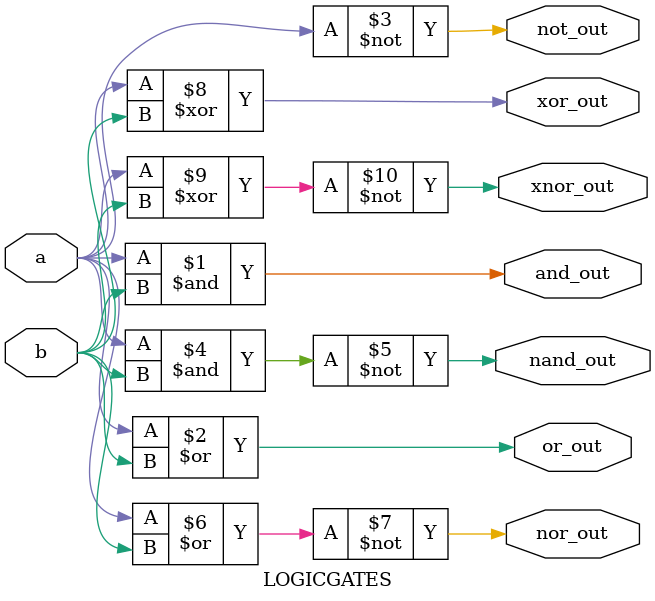
<source format=v>
module LOGICGATES (
    input  wire a,     // Input A
    input  wire b,     // Input B
    output wire and_out,
    output wire or_out,
    output wire not_out,   // only on A
    output wire nand_out,
    output wire nor_out,
    output wire xor_out,
    output wire xnor_out
);

    assign and_out  = a & b;      // AND gate
    assign or_out   = a | b;      // OR gate
    assign not_out  = ~a;         // NOT gate (on input A)
    assign nand_out = ~(a & b);   // NAND gate
    assign nor_out  = ~(a | b);   // NOR gate
    assign xor_out  = a ^ b;      // XOR gate
    assign xnor_out = ~(a ^ b);   // XNOR gate

endmodule



</source>
